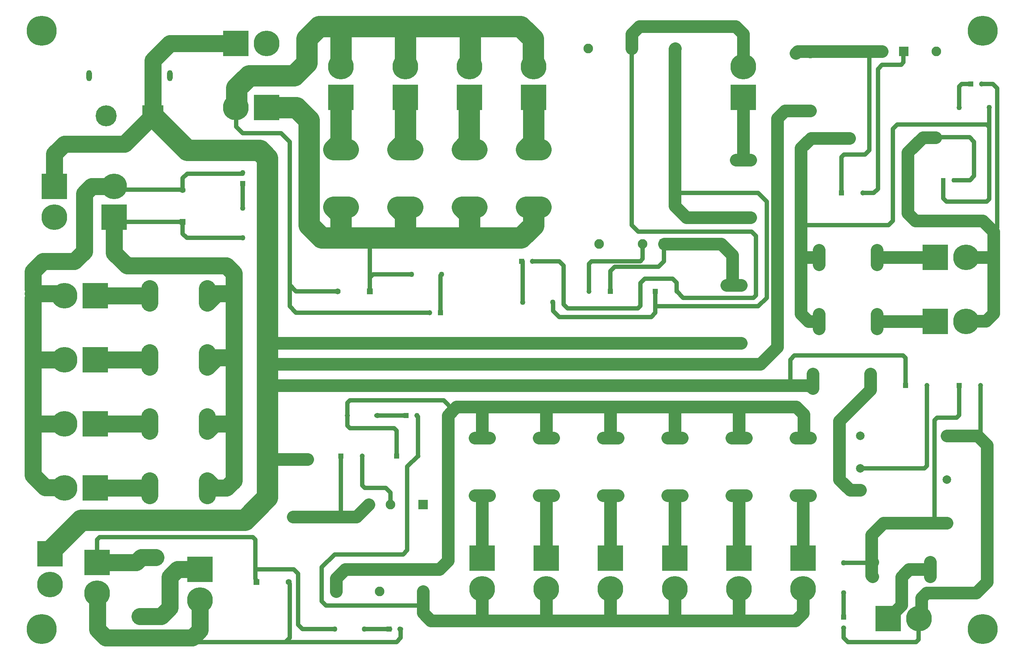
<source format=gtl>
G04*
G04 #@! TF.GenerationSoftware,Altium Limited,Altium Designer,22.8.2 (66)*
G04*
G04 Layer_Physical_Order=1*
G04 Layer_Color=255*
%FSLAX42Y42*%
%MOMM*%
G71*
G04*
G04 #@! TF.SameCoordinates,784755D3-1100-4AD9-B0FF-590226C35903*
G04*
G04*
G04 #@! TF.FilePolarity,Positive*
G04*
G01*
G75*
%ADD38C,3.00*%
%ADD39C,1.00*%
%ADD40C,4.00*%
%ADD41C,5.00*%
%ADD42R,4.92X4.92*%
%ADD43C,4.92*%
%ADD44O,1.30X2.60*%
%ADD45R,1.21X1.21*%
%ADD46C,1.21*%
%ADD47C,1.40*%
%ADD48R,1.40X1.40*%
%ADD49C,6.00*%
%ADD50R,6.00X6.00*%
%ADD51C,2.40*%
%ADD52C,1.26*%
%ADD53R,6.00X6.00*%
%ADD54R,1.21X1.21*%
%ADD55C,1.20*%
%ADD56R,1.20X1.20*%
%ADD57C,2.25*%
%ADD58R,2.25X2.25*%
%ADD59C,2.00*%
%ADD60R,2.00X2.00*%
%ADD61R,1.40X1.40*%
%ADD62C,7.00*%
%ADD63R,2.25X2.25*%
%ADD64R,1.10X1.10*%
%ADD65C,1.10*%
D38*
X19900Y1757D02*
Y2043D01*
Y1757D02*
X19926Y1730D01*
X19900Y2043D02*
X19926Y2070D01*
X19900Y2097D02*
X19926Y2070D01*
X19900Y2700D02*
X20180Y2980D01*
X19900Y2097D02*
Y2700D01*
X20180Y2980D02*
X21377D01*
X22600Y1600D02*
Y4800D01*
X20600Y1060D02*
Y1724D01*
X20776Y1900D02*
X21274D01*
X20290Y750D02*
X20600Y1060D01*
Y1724D02*
X20776Y1900D01*
X300Y8350D02*
Y8450D01*
Y8250D02*
Y8350D01*
X16700Y8547D02*
X16850D01*
X16510D02*
X16700D01*
X16650Y8597D02*
Y9250D01*
Y8597D02*
X16700Y8547D01*
X5781Y7193D02*
X16850D01*
X16386Y9514D02*
X16650Y9250D01*
X5781Y6700D02*
X17300D01*
X17700Y7100D01*
X11993Y13667D02*
X12000Y13660D01*
X11960Y13700D02*
X11993Y13667D01*
X5059Y12719D02*
X5097Y12757D01*
X1800Y1240D02*
X1810Y1230D01*
X21100Y12000D02*
X21400D01*
X20750Y11650D02*
X21100Y12000D01*
X18250Y9200D02*
X18676D01*
X20146Y14016D02*
X20150D01*
X19850D02*
X20146D01*
X18173D02*
X19850D01*
X18676Y7530D02*
Y7870D01*
X18250Y9950D02*
Y11750D01*
Y9200D02*
Y9950D01*
X20750Y10226D02*
Y11650D01*
X20926Y10050D02*
X22500D01*
X20750Y10226D02*
X20926Y10050D01*
X22500D02*
X22750Y9800D01*
X18250Y11750D02*
X18484Y11984D01*
X18315Y4974D02*
X18470D01*
X16800D02*
Y5700D01*
X13800Y4974D02*
Y5700D01*
X15300Y4974D02*
Y5700D01*
X12300Y4974D02*
Y5700D01*
X10125Y5625D02*
X10200Y5700D01*
X10000Y5500D02*
X10125Y5625D01*
X10800Y4974D02*
Y5700D01*
X18130Y4974D02*
X18315D01*
X9416Y1050D02*
Y1384D01*
Y884D02*
Y1050D01*
X7450Y3126D02*
X7857D01*
X6720D02*
X7450D01*
X7857D02*
X8146Y3416D01*
X6380Y3126D02*
X6720D01*
X5805Y4474D02*
X6380D01*
X5781Y4450D02*
X5805Y4474D01*
X6380D02*
X6720D01*
X18300Y876D02*
Y1440D01*
X18124Y700D02*
X18300Y876D01*
X16800Y700D02*
X18124D01*
X18350Y2210D02*
X18400Y2160D01*
X18300Y3626D02*
X18470D01*
X18130D02*
X18300D01*
Y2160D02*
Y3626D01*
X18315Y5008D02*
Y5524D01*
X18139Y5700D02*
X18315Y5524D01*
X16800Y5700D02*
X18139D01*
X21274Y1900D02*
Y2070D01*
Y1730D02*
Y1900D01*
X21377Y2980D02*
X21665D01*
X17950Y6200D02*
X18457D01*
X17300D02*
X17950D01*
X21067Y1232D02*
X21186Y1350D01*
X22350D01*
X21010Y750D02*
X21067Y807D01*
Y1232D01*
X22380Y5020D02*
X22600Y4800D01*
X21665Y5020D02*
X22380D01*
X19150Y5374D02*
X19874Y6098D01*
Y6470D01*
X19150Y4000D02*
Y5374D01*
Y4000D02*
X19400Y3750D01*
X19635D01*
X18457Y6200D02*
X18526Y6130D01*
Y6470D01*
X22350Y1350D02*
X22600Y1600D01*
X5850Y6200D02*
X17300Y6200D01*
X13800Y5700D02*
X15300D01*
X15062Y9514D02*
X16386D01*
X15300Y10750D02*
Y14070D01*
Y10400D02*
Y10750D01*
X17700Y12451D02*
X17876Y12626D01*
X18130D01*
X17700Y7100D02*
Y12451D01*
X15574Y10126D02*
X16730D01*
X18130Y12626D02*
X18470D01*
X7384Y1384D02*
Y1684D01*
X7600Y1900D02*
X9800D01*
X7384Y1684D02*
X7600Y1900D01*
X1030Y3810D02*
X1040Y3800D01*
X22750Y9200D02*
Y9800D01*
Y7886D02*
Y9200D01*
X22110D02*
X22750D01*
X22574Y7710D02*
X22750Y7886D01*
X22120Y7710D02*
X22574D01*
X22110Y7700D02*
X22120Y7710D01*
X18250Y7876D02*
Y9200D01*
X18676D02*
Y9370D01*
Y9030D02*
Y9200D01*
X18250Y7876D02*
X18426Y7700D01*
X18650D01*
X18484Y11984D02*
X19384D01*
X20024Y9200D02*
Y9370D01*
Y9030D02*
Y9200D01*
X21390D01*
X20024Y7700D02*
Y7870D01*
Y7530D02*
Y7700D01*
X21390D01*
X18130Y13974D02*
X18173Y14016D01*
X15300Y5700D02*
X16800D01*
Y4974D02*
X16970D01*
X16630D02*
X16800D01*
X15300D02*
X15470D01*
X15130D02*
X15300D01*
X13800D02*
X13970D01*
X13630D02*
X13800D01*
X12300Y5700D02*
X13800D01*
X12300Y4974D02*
X12470D01*
X12130D02*
X12300D01*
X10800Y5700D02*
X12300D01*
X10800Y4974D02*
X10970D01*
X10630D02*
X10800D01*
X10200Y5700D02*
X10800D01*
X10000Y2100D02*
Y5500D01*
X9800Y1900D02*
X10000Y2100D01*
X10800Y700D02*
X12300D01*
X9600D02*
X10800D01*
Y1440D01*
X12300Y700D02*
X13800D01*
X12300D02*
Y1440D01*
X13800Y700D02*
X15300D01*
X13800D02*
Y1440D01*
X15300Y700D02*
X16800D01*
X15300D02*
Y1440D01*
X16800Y700D02*
Y1440D01*
X9416Y884D02*
X9600Y700D01*
X16800Y3626D02*
X16970D01*
X16630D02*
X16800D01*
Y2160D02*
Y3626D01*
X15300D02*
X15470D01*
X15130D02*
X15300D01*
Y2160D02*
Y3626D01*
X13800D02*
X13970D01*
X13630D02*
X13800D01*
Y2160D02*
Y3626D01*
X12300D02*
X12470D01*
X12130D02*
X12300D01*
Y2160D02*
Y3626D01*
X10800D02*
X10970D01*
X10630D02*
X10800D01*
Y2160D02*
Y3626D01*
X16900Y13660D02*
Y14424D01*
X16724Y14600D02*
X16900Y14424D01*
X14476Y14600D02*
X16724D01*
X14300Y14424D02*
X14476Y14600D01*
X14300Y14086D02*
Y14424D01*
X15300Y14070D02*
X15316Y14086D01*
X15300Y10400D02*
X15574Y10126D01*
X16730D02*
X17070D01*
X16900Y11474D02*
X17070D01*
X16730D02*
X16900D01*
Y12940D01*
X970Y5400D02*
X970Y5400D01*
D39*
X21000Y259D02*
Y740D01*
X20941Y200D02*
X21000Y259D01*
X19350Y200D02*
X20941D01*
X19250Y300D02*
X19350Y200D01*
X19250Y300D02*
Y523D01*
X8175Y9575D02*
X8250Y9650D01*
X8175Y8725D02*
Y9575D01*
Y8725D02*
X8250Y8800D01*
X8175Y8400D02*
Y8725D01*
X8250Y8800D02*
X9150D01*
X9827Y8770D02*
X9850Y8793D01*
Y8800D01*
X9827Y7900D02*
Y8770D01*
X9145Y8795D02*
X9150Y8800D01*
X9850D02*
X9857D01*
X6300Y8050D02*
Y8550D01*
Y8050D02*
X6450Y7900D01*
X9550D01*
X5040Y12700D02*
X5050Y12690D01*
Y12250D02*
Y12690D01*
Y12250D02*
X5200Y12100D01*
X6100D01*
X6300Y11900D01*
Y8550D02*
Y11900D01*
Y8550D02*
X6450Y8400D01*
X7425D01*
X15500Y8250D02*
X17141D01*
X17200Y8309D02*
Y9700D01*
X15350Y8400D02*
X15500Y8250D01*
X17141D02*
X17200Y8309D01*
X15346Y8404D02*
X15350Y8400D01*
X17450Y8250D02*
Y10500D01*
X17250Y8050D02*
X17450Y8250D01*
X14850Y8050D02*
X17250D01*
X14850Y7900D02*
Y8050D01*
Y8400D01*
Y8050D02*
X14850Y8050D01*
X8896Y496D02*
X8900Y500D01*
X5500Y1900D02*
Y2591D01*
X1859Y2650D02*
X5441D01*
X5500Y2591D01*
X1800Y2174D02*
Y2591D01*
Y2060D02*
Y2174D01*
Y2591D02*
X1859Y2650D01*
X21440Y12008D02*
X22192D01*
X22300Y11900D01*
X21416Y11984D02*
X21440Y12008D01*
X20591Y13700D02*
X20650Y13759D01*
X20150Y13700D02*
X20591D01*
X20650Y13759D02*
Y14026D01*
X21950Y12700D02*
Y13191D01*
X22009Y13250D01*
X22223D01*
X22650Y12241D02*
Y12700D01*
X22650Y12700D01*
X22750Y9800D02*
X22838Y9888D01*
Y13153D01*
X22741Y13250D02*
X22838Y13153D01*
X22477Y13250D02*
X22741D01*
X22591Y10500D02*
X22650Y10559D01*
Y12241D01*
X22591Y12300D02*
X22650Y12241D01*
X21650Y10500D02*
X22591D01*
X20500Y12300D02*
X22591D01*
X18250Y9950D02*
X20300D01*
X20400Y10050D02*
Y12200D01*
X20300Y9950D02*
X20400Y10050D01*
Y12200D02*
X20500Y12300D01*
X21575Y10575D02*
Y11000D01*
Y10575D02*
X21650Y10500D01*
X21825Y11000D02*
X22200D01*
X22300Y11100D01*
Y11900D01*
X20050Y13600D02*
X20150Y13700D01*
X20050Y10800D02*
Y13600D01*
X19700Y10700D02*
X19950D01*
X20050Y10800D01*
X19850Y11700D02*
Y14016D01*
X19750Y11600D02*
X19850Y11700D01*
X19200Y10700D02*
Y11541D01*
X19259Y11600D01*
X19750D01*
X9300Y4550D02*
Y5471D01*
X9050Y4300D02*
X9300Y4550D01*
X9050Y2350D02*
Y4300D01*
X9281Y5490D02*
X9300Y5471D01*
X9281Y5490D02*
Y5498D01*
X9900Y5850D02*
X10125Y5625D01*
X7709Y5850D02*
X9900D01*
X7650Y5550D02*
Y5791D01*
X7709Y5850D01*
X8327Y5500D02*
X9000D01*
X7650D02*
Y5550D01*
Y5259D02*
Y5500D01*
X7709Y5200D02*
X8741D01*
X7650Y5259D02*
X7709Y5200D01*
X8800Y4550D02*
Y5141D01*
X8741Y5200D02*
X8800Y5141D01*
X8550Y3800D02*
X8654Y3696D01*
Y3416D02*
Y3696D01*
X8059Y3800D02*
X8550D01*
X7150Y1050D02*
X9416D01*
X7050Y1150D02*
X7150Y1050D01*
X7050Y1150D02*
Y1950D01*
X7350Y2250D01*
X8950D01*
X9050Y2350D01*
X8000Y3859D02*
X8059Y3800D01*
X8000Y3859D02*
Y4550D01*
X7450Y3126D02*
X7500Y3176D01*
Y4550D01*
X5200Y10350D02*
Y10900D01*
X3900Y9650D02*
X5200D01*
X3800Y9750D02*
Y10025D01*
Y9750D02*
X3900Y9650D01*
X3904Y11154D02*
X5200D01*
X3800Y11050D02*
X3904Y11154D01*
X3800Y10775D02*
Y11050D01*
X2200Y10140D02*
X2315Y10025D01*
X3800D01*
X2277Y10783D02*
X3792D01*
X3800Y10775D01*
X2200Y10860D02*
X2277Y10783D01*
X21000Y740D02*
X21010Y750D01*
X19250Y777D02*
Y1350D01*
X19255Y2055D02*
X19911D01*
X19926Y2070D01*
X19250Y2050D02*
X19255Y2055D01*
X21200Y4319D02*
Y6200D01*
X21141Y4260D02*
X21200Y4319D01*
X19635Y4260D02*
X21141D01*
X21377Y5391D02*
X21435Y5450D01*
X21891D01*
X21377Y2980D02*
Y5391D01*
X17950Y6200D02*
X18000Y6250D01*
Y6800D01*
X18100Y6900D01*
X20641D02*
X20700Y6841D01*
X18100Y6900D02*
X20641D01*
X20700Y6200D02*
Y6841D01*
X21950Y5509D02*
Y6200D01*
X21891Y5450D02*
X21950Y5509D01*
X22450Y5090D02*
Y6200D01*
X22380Y5020D02*
X22450Y5090D01*
X15346Y8404D02*
Y8604D01*
X15250Y8700D02*
X15346Y8604D01*
X14600Y8700D02*
X15250D01*
X14500Y8059D02*
Y8600D01*
X14600Y8700D01*
X12800Y8000D02*
X14441D01*
X14500Y8059D01*
X12700Y8100D02*
X12800Y8000D01*
X12700Y8100D02*
Y9000D01*
X12600Y9100D02*
X12700Y9000D01*
X12000Y9100D02*
X12600D01*
X11748Y8152D02*
X11750Y8150D01*
X11748Y8152D02*
Y9098D01*
X11746Y9100D02*
X11748Y9098D01*
X14750Y7800D02*
X14850Y7900D01*
X12600Y7800D02*
X14750D01*
X12455Y7945D02*
Y8145D01*
X12450Y8150D02*
X12455Y8145D01*
Y7945D02*
X12600Y7800D01*
X14450Y9800D02*
X17100D01*
X17200Y9700D01*
X14300Y9950D02*
X14450Y9800D01*
X14300Y9950D02*
Y14086D01*
X15050Y9100D02*
Y9502D01*
X17250Y10700D02*
X17450Y10500D01*
X15300Y10750D02*
X15350Y10700D01*
X17250D01*
X15050Y9502D02*
X15062Y9514D01*
X13900Y8975D02*
X14925D01*
X15050Y9100D01*
X13359Y9100D02*
X14495D01*
X14554Y9159D01*
X13300Y9041D02*
X13359Y9100D01*
X14554Y9159D02*
Y9514D01*
X13800Y8875D02*
X13900Y8975D01*
X13800Y8400D02*
Y8875D01*
X13300Y8400D02*
Y9041D01*
X6200Y200D02*
X8800Y200D01*
X8896Y296D01*
Y496D01*
X8050Y500D02*
X8646D01*
X6400Y1900D02*
X6500Y1800D01*
X5500Y1900D02*
X6400D01*
X6500Y600D02*
Y1800D01*
X5500Y1679D02*
Y1900D01*
X6600Y500D02*
X7350D01*
X6500Y600D02*
X6600Y500D01*
X5505Y1620D02*
X5525Y1600D01*
X5505Y1620D02*
Y1674D01*
X5500Y1679D02*
X5505Y1674D01*
X6300Y300D02*
Y1564D01*
X4100Y200D02*
X6200D01*
X6300Y300D01*
X6275Y1589D02*
X6300Y1564D01*
X6275Y1589D02*
Y1600D01*
X8155Y8420D02*
X8175Y8400D01*
D40*
X3500Y1002D02*
Y1724D01*
X3676Y1900D02*
X4200D01*
X3500Y1724D02*
X3676Y1900D01*
X800Y10860D02*
Y11616D01*
X1034Y11850D01*
X2440D01*
X3100Y12510D01*
X2200Y9300D02*
X2500Y9000D01*
X5000Y8350D02*
Y8824D01*
X4824Y9000D02*
X5000Y8824D01*
X2500Y9000D02*
X4824D01*
X1500Y9334D02*
Y10684D01*
X534Y9100D02*
X1266D01*
X300Y8450D02*
Y8866D01*
X534Y9100D01*
X1266D02*
X1500Y9334D01*
X3100Y13800D02*
X3500Y14200D01*
X5040D01*
X3100Y12510D02*
Y13800D01*
X5000Y6850D02*
Y8350D01*
X4374Y8130D02*
X4594Y8350D01*
X5000D01*
Y5300D02*
Y6850D01*
X4374Y6630D02*
X4594Y6850D01*
X5000D01*
Y3976D02*
Y5300D01*
X4374Y5130D02*
X4544Y5300D01*
X5000D01*
X4374Y3970D02*
X4544Y3800D01*
X4824D01*
X4374Y3630D02*
Y3970D01*
Y5130D02*
Y5470D01*
Y6630D02*
Y6970D01*
Y8130D02*
Y8470D01*
X849Y8350D02*
X860Y8338D01*
X1002D02*
X1040Y8300D01*
X860Y8338D02*
X1002D01*
X300Y8350D02*
X849D01*
X300Y6800D02*
Y8250D01*
X2830Y800D02*
X3298D01*
X2800D02*
X2830D01*
X1800Y2060D02*
X2717D01*
X2830Y2174D01*
X1810Y490D02*
X2000Y300D01*
X4024D01*
X4200Y476D01*
X1810Y490D02*
Y1230D01*
X4200Y476D02*
Y1180D01*
X2830Y2174D02*
X3170D01*
X3298Y800D02*
X3500Y1002D01*
X666Y2294D02*
X700Y2260D01*
X4824Y3800D02*
X5000Y3976D01*
X3026Y3800D02*
Y3970D01*
Y3630D02*
Y3800D01*
X1760D02*
X3026D01*
Y5300D02*
Y5470D01*
Y5130D02*
Y5300D01*
X1760D02*
X3026D01*
Y6800D02*
Y6970D01*
Y6630D02*
Y6800D01*
X1760D02*
X3026D01*
Y8300D02*
Y8470D01*
Y8130D02*
Y8300D01*
X1760D02*
X3026D01*
X590Y3810D02*
X1030D01*
X300Y4100D02*
X590Y3810D01*
X300Y5300D02*
Y6800D01*
Y4100D02*
Y5300D01*
X1040D01*
X300Y6800D02*
X1040D01*
X1500Y10684D02*
X1676Y10860D01*
X2200D01*
Y9300D02*
Y10140D01*
D41*
X3100Y12510D02*
X3910Y11700D01*
X8250Y9650D02*
X9000D01*
X7500D02*
X8250D01*
X666Y2294D02*
X734D01*
X5781Y7193D02*
Y11519D01*
Y6700D02*
Y7193D01*
Y4450D02*
Y6700D01*
X11830Y10376D02*
X12170D01*
X10500Y9650D02*
X11707D01*
X9000D02*
X10500D01*
X10330Y10376D02*
X10500Y10207D01*
Y9650D02*
Y10207D01*
X8830Y10376D02*
X9000Y10207D01*
Y9650D02*
Y10207D01*
X7330Y10376D02*
X7500Y10207D01*
X7050Y9650D02*
X7500D01*
Y10207D01*
X11830Y11724D02*
X12000Y11893D01*
Y12940D01*
X10496Y11890D02*
Y12937D01*
X10500Y12940D01*
X10330Y11724D02*
X10496Y11890D01*
X8830Y11724D02*
X9000Y11893D01*
Y12940D01*
X7330Y11724D02*
X7500Y11893D01*
Y12940D01*
X7330Y11724D02*
X7670D01*
X8830D02*
X9170D01*
X10330D02*
X10670D01*
X11830D02*
X12170D01*
X10330Y10376D02*
X10670D01*
X8830D02*
X9170D01*
X7330D02*
X7670D01*
X10550Y14600D02*
X11700D01*
X9000D02*
X10550D01*
X10500Y13660D02*
X10519Y13679D01*
Y14569D01*
X10550Y14600D01*
X7500D02*
X9000D01*
Y13660D02*
Y14600D01*
X6993D02*
X7500D01*
Y13660D02*
Y14600D01*
X12000Y9943D02*
Y10300D01*
X11707Y9650D02*
X12000Y9943D01*
X6750Y9950D02*
X7050Y9650D01*
X6750Y9950D02*
Y12407D01*
X6457Y12700D02*
X6750Y12407D01*
X5760Y12700D02*
X6457D01*
X6700Y13743D02*
Y14307D01*
X5352Y13450D02*
X6407D01*
X6700Y13743D01*
Y14307D02*
X6993Y14600D01*
X5040Y12700D02*
X5059Y12719D01*
X11993Y13667D02*
Y14307D01*
X11700Y14600D02*
X11993Y14307D01*
X5059Y13157D02*
X5352Y13450D01*
X5059Y12719D02*
Y13157D01*
X7481Y13641D02*
X7500Y13660D01*
X750Y2377D02*
X1423Y3050D01*
X5250D01*
X5781Y3581D01*
X734Y2294D02*
X750Y2310D01*
Y2377D01*
X5781Y3581D02*
Y4450D01*
X3910Y11700D02*
X5600D01*
X5781Y11519D01*
D42*
X3100Y12510D02*
D03*
D43*
X2010D02*
D03*
D44*
X3500Y13450D02*
D03*
X1610D02*
D03*
D45*
X11723Y9100D02*
D03*
X9827Y7900D02*
D03*
X9023Y5500D02*
D03*
X22223Y13250D02*
D03*
X8623Y500D02*
D03*
D46*
X11977Y9100D02*
D03*
X9573Y7900D02*
D03*
X9277Y5500D02*
D03*
X19250Y523D02*
D03*
X5200Y11177D02*
D03*
X22477Y13250D02*
D03*
X8877Y500D02*
D03*
D47*
X3800Y10775D02*
D03*
X6275Y1600D02*
D03*
X7425Y8400D02*
D03*
D48*
X3800Y10025D02*
D03*
D49*
X800Y10140D02*
D03*
X2200Y10860D02*
D03*
X5760Y14200D02*
D03*
X21010Y750D02*
D03*
X18300Y1440D02*
D03*
X16800D02*
D03*
X15300D02*
D03*
X13800D02*
D03*
X12300D02*
D03*
X10800D02*
D03*
X22110Y9200D02*
D03*
Y7700D02*
D03*
X4200Y1180D02*
D03*
X1800Y1340D02*
D03*
X700Y1540D02*
D03*
X1040Y5300D02*
D03*
Y6800D02*
D03*
Y8300D02*
D03*
X12000Y13660D02*
D03*
X10500D02*
D03*
X9000D02*
D03*
X7500D02*
D03*
X16900D02*
D03*
X5040Y12700D02*
D03*
X1040Y3800D02*
D03*
D50*
X800Y10860D02*
D03*
X2200Y10140D02*
D03*
X18300Y2160D02*
D03*
X16800D02*
D03*
X15300D02*
D03*
X13800D02*
D03*
X12300D02*
D03*
X10800D02*
D03*
X4200Y1900D02*
D03*
X1800Y2060D02*
D03*
X700Y2260D02*
D03*
X12000Y12940D02*
D03*
X10500D02*
D03*
X9000D02*
D03*
X7500D02*
D03*
X16900D02*
D03*
D51*
X3026Y8470D02*
D03*
Y8130D02*
D03*
X4374Y8470D02*
D03*
Y8130D02*
D03*
X2830Y827D02*
D03*
X3170D02*
D03*
X2830Y2174D02*
D03*
X3170D02*
D03*
X12170Y11724D02*
D03*
X11830D02*
D03*
X12170Y10376D02*
D03*
X11830D02*
D03*
X10670Y11724D02*
D03*
X10330D02*
D03*
X10670Y10376D02*
D03*
X10330D02*
D03*
X9170Y11724D02*
D03*
X8830D02*
D03*
X9170Y10376D02*
D03*
X8830D02*
D03*
X7670Y11724D02*
D03*
X7330D02*
D03*
X7670Y10376D02*
D03*
X7330D02*
D03*
X17070Y11474D02*
D03*
X16730D02*
D03*
X17070Y10126D02*
D03*
X16730D02*
D03*
X21274Y1730D02*
D03*
Y2070D02*
D03*
X19926Y1730D02*
D03*
Y2070D02*
D03*
X18130Y3626D02*
D03*
X18470D02*
D03*
X18130Y4974D02*
D03*
X18470D02*
D03*
X16630Y3626D02*
D03*
X16970D02*
D03*
X16630Y4974D02*
D03*
X16970D02*
D03*
X15130Y3626D02*
D03*
X15470D02*
D03*
X15130Y4974D02*
D03*
X15470D02*
D03*
X13630Y3626D02*
D03*
X13970D02*
D03*
X13630Y4974D02*
D03*
X13970D02*
D03*
X12130Y3626D02*
D03*
X12470D02*
D03*
X12130Y4974D02*
D03*
X12470D02*
D03*
X10630Y3626D02*
D03*
X10970D02*
D03*
X10630Y4974D02*
D03*
X10970D02*
D03*
X20024Y9030D02*
D03*
Y9370D02*
D03*
X18676Y9030D02*
D03*
Y9370D02*
D03*
X20024Y7530D02*
D03*
Y7870D02*
D03*
X18676Y7530D02*
D03*
Y7870D02*
D03*
X16850Y8547D02*
D03*
X16510D02*
D03*
X16850Y7200D02*
D03*
X16510D02*
D03*
X6380Y3126D02*
D03*
X6720D02*
D03*
X6380Y4474D02*
D03*
X6720D02*
D03*
X19874Y6130D02*
D03*
Y6470D02*
D03*
X18526Y6130D02*
D03*
Y6470D02*
D03*
X4374Y6630D02*
D03*
Y6970D02*
D03*
X3026Y6630D02*
D03*
Y6970D02*
D03*
X4374Y5130D02*
D03*
Y5470D02*
D03*
X3026Y5130D02*
D03*
Y5470D02*
D03*
X18130Y12626D02*
D03*
X18470D02*
D03*
X18130Y13974D02*
D03*
X18470D02*
D03*
X4374Y3630D02*
D03*
Y3970D02*
D03*
X3026Y3630D02*
D03*
Y3970D02*
D03*
D52*
X9850Y8800D02*
D03*
X9150D02*
D03*
X21950Y12700D02*
D03*
X22650D02*
D03*
X19250Y1350D02*
D03*
Y2050D02*
D03*
X11750Y8150D02*
D03*
X12450D02*
D03*
X8350Y5500D02*
D03*
X7650D02*
D03*
X7350Y500D02*
D03*
X8050D02*
D03*
X5200Y9650D02*
D03*
Y10350D02*
D03*
D53*
X5040Y14200D02*
D03*
X20290Y750D02*
D03*
X21390Y9200D02*
D03*
Y7700D02*
D03*
X1760Y5300D02*
D03*
Y6800D02*
D03*
Y8300D02*
D03*
X5760Y12700D02*
D03*
X1760Y3800D02*
D03*
D54*
X19250Y777D02*
D03*
X5200Y10923D02*
D03*
D55*
X19700Y10700D02*
D03*
X21200Y6200D02*
D03*
X22450D02*
D03*
X13300Y8400D02*
D03*
X8000Y4550D02*
D03*
X9300D02*
D03*
X15350Y8400D02*
D03*
D56*
X19200Y10700D02*
D03*
X20700Y6200D02*
D03*
X21950D02*
D03*
X13800Y8400D02*
D03*
X7500Y4550D02*
D03*
X8800D02*
D03*
X14850Y8400D02*
D03*
D57*
X21416Y14016D02*
D03*
Y11984D02*
D03*
X19384D02*
D03*
X20146Y14016D02*
D03*
X14554Y9514D02*
D03*
X13538D02*
D03*
X14300Y14086D02*
D03*
X15316D02*
D03*
X13284D02*
D03*
X8400Y1384D02*
D03*
X8654Y3416D02*
D03*
X8146D02*
D03*
X9416Y1384D02*
D03*
X7384D02*
D03*
D58*
X20654Y14016D02*
D03*
D59*
X19635Y5020D02*
D03*
X21665D02*
D03*
Y4000D02*
D03*
Y2980D02*
D03*
X19635Y4260D02*
D03*
D60*
Y3750D02*
D03*
D61*
X5525Y1600D02*
D03*
X8175Y8400D02*
D03*
D62*
X22500Y14500D02*
D03*
Y500D02*
D03*
X500D02*
D03*
Y14500D02*
D03*
D63*
X15062Y9514D02*
D03*
X9416Y3416D02*
D03*
D64*
X21575Y11000D02*
D03*
D65*
X21825D02*
D03*
M02*

</source>
